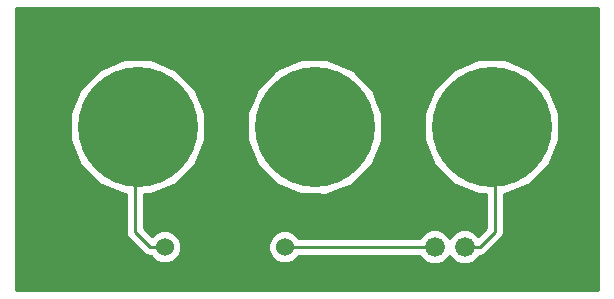
<source format=gbl>
G04 (created by PCBNEW (22-Jun-2014 BZR 4027)-stable) date Tue 01 Mar 2016 04:07:57 PM CST*
%MOIN*%
G04 Gerber Fmt 3.4, Leading zero omitted, Abs format*
%FSLAX34Y34*%
G01*
G70*
G90*
G04 APERTURE LIST*
%ADD10C,0.00590551*%
%ADD11C,0.06*%
%ADD12C,0.066*%
%ADD13C,0.4*%
%ADD14C,0.01*%
G04 APERTURE END LIST*
G54D10*
G54D11*
X80000Y-48500D03*
X84000Y-48500D03*
G54D12*
X89000Y-48500D03*
X90000Y-48500D03*
G54D13*
X79100Y-44500D03*
X90900Y-44500D03*
X85000Y-44500D03*
G54D14*
X80000Y-48500D02*
X79500Y-48500D01*
X79000Y-44600D02*
X79100Y-44500D01*
X79000Y-48000D02*
X79000Y-44600D01*
X79500Y-48500D02*
X79000Y-48000D01*
X84000Y-48500D02*
X89000Y-48500D01*
X90000Y-48500D02*
X90500Y-48500D01*
X91000Y-44600D02*
X90900Y-44500D01*
X91000Y-48000D02*
X91000Y-44600D01*
X90500Y-48500D02*
X91000Y-48000D01*
G54D10*
G36*
X94450Y-49950D02*
X93150Y-49950D01*
X93150Y-44054D01*
X92808Y-43227D01*
X92176Y-42593D01*
X91349Y-42250D01*
X90454Y-42249D01*
X89627Y-42591D01*
X88993Y-43223D01*
X88650Y-44050D01*
X88649Y-44945D01*
X88991Y-45772D01*
X89623Y-46406D01*
X90450Y-46749D01*
X90700Y-46749D01*
X90700Y-47875D01*
X90447Y-48127D01*
X90328Y-48008D01*
X90115Y-47920D01*
X89885Y-47919D01*
X89671Y-48008D01*
X89508Y-48171D01*
X89500Y-48191D01*
X89491Y-48171D01*
X89328Y-48008D01*
X89115Y-47920D01*
X88885Y-47919D01*
X88671Y-48008D01*
X88508Y-48171D01*
X88496Y-48200D01*
X87257Y-48200D01*
X87257Y-44091D01*
X87250Y-44073D01*
X87250Y-44054D01*
X87086Y-43658D01*
X86929Y-43258D01*
X86909Y-43228D01*
X86908Y-43227D01*
X86907Y-43225D01*
X86884Y-43192D01*
X86805Y-43123D01*
X86371Y-42689D01*
X86307Y-42615D01*
X86289Y-42607D01*
X86276Y-42593D01*
X85880Y-42429D01*
X85486Y-42258D01*
X85467Y-42257D01*
X85449Y-42250D01*
X85020Y-42250D01*
X84591Y-42242D01*
X84573Y-42249D01*
X84554Y-42249D01*
X84158Y-42413D01*
X83758Y-42570D01*
X83728Y-42590D01*
X83727Y-42591D01*
X83725Y-42592D01*
X83692Y-42615D01*
X83623Y-42694D01*
X83189Y-43128D01*
X83115Y-43192D01*
X83107Y-43210D01*
X83093Y-43223D01*
X82929Y-43619D01*
X82758Y-44013D01*
X82757Y-44032D01*
X82750Y-44050D01*
X82750Y-44479D01*
X82742Y-44908D01*
X82749Y-44926D01*
X82749Y-44945D01*
X82913Y-45341D01*
X83070Y-45741D01*
X83090Y-45771D01*
X83091Y-45772D01*
X83092Y-45774D01*
X83115Y-45807D01*
X83194Y-45876D01*
X83628Y-46310D01*
X83692Y-46384D01*
X83710Y-46392D01*
X83723Y-46406D01*
X84119Y-46570D01*
X84513Y-46741D01*
X84532Y-46742D01*
X84550Y-46749D01*
X84979Y-46749D01*
X85408Y-46757D01*
X85426Y-46750D01*
X85445Y-46750D01*
X85841Y-46586D01*
X86241Y-46429D01*
X86271Y-46409D01*
X86272Y-46408D01*
X86274Y-46407D01*
X86307Y-46384D01*
X86376Y-46305D01*
X86810Y-45871D01*
X86884Y-45807D01*
X86892Y-45789D01*
X86906Y-45776D01*
X87070Y-45380D01*
X87241Y-44986D01*
X87242Y-44967D01*
X87249Y-44949D01*
X87249Y-44520D01*
X87257Y-44091D01*
X87257Y-48200D01*
X84471Y-48200D01*
X84466Y-48188D01*
X84311Y-48034D01*
X84109Y-47950D01*
X83891Y-47949D01*
X83688Y-48033D01*
X83534Y-48188D01*
X83450Y-48390D01*
X83449Y-48608D01*
X83533Y-48811D01*
X83688Y-48965D01*
X83890Y-49049D01*
X84108Y-49050D01*
X84311Y-48966D01*
X84465Y-48811D01*
X84470Y-48800D01*
X88496Y-48800D01*
X88508Y-48828D01*
X88671Y-48991D01*
X88884Y-49079D01*
X89114Y-49080D01*
X89328Y-48991D01*
X89491Y-48828D01*
X89499Y-48808D01*
X89508Y-48828D01*
X89671Y-48991D01*
X89884Y-49079D01*
X90114Y-49080D01*
X90328Y-48991D01*
X90491Y-48828D01*
X90503Y-48799D01*
X90614Y-48777D01*
X90614Y-48777D01*
X90712Y-48712D01*
X91212Y-48212D01*
X91212Y-48212D01*
X91277Y-48114D01*
X91299Y-48000D01*
X91300Y-48000D01*
X91300Y-46750D01*
X91345Y-46750D01*
X92172Y-46408D01*
X92806Y-45776D01*
X93149Y-44949D01*
X93150Y-44054D01*
X93150Y-49950D01*
X81350Y-49950D01*
X81350Y-44054D01*
X81008Y-43227D01*
X80376Y-42593D01*
X79549Y-42250D01*
X78654Y-42249D01*
X77827Y-42591D01*
X77193Y-43223D01*
X76850Y-44050D01*
X76849Y-44945D01*
X77191Y-45772D01*
X77823Y-46406D01*
X78650Y-46749D01*
X78700Y-46749D01*
X78700Y-48000D01*
X78722Y-48114D01*
X78787Y-48212D01*
X79287Y-48712D01*
X79287Y-48712D01*
X79385Y-48777D01*
X79500Y-48800D01*
X79528Y-48800D01*
X79533Y-48811D01*
X79688Y-48965D01*
X79890Y-49049D01*
X80108Y-49050D01*
X80311Y-48966D01*
X80465Y-48811D01*
X80549Y-48609D01*
X80550Y-48391D01*
X80466Y-48188D01*
X80311Y-48034D01*
X80109Y-47950D01*
X79891Y-47949D01*
X79688Y-48033D01*
X79573Y-48148D01*
X79300Y-47875D01*
X79300Y-46750D01*
X79545Y-46750D01*
X80372Y-46408D01*
X81006Y-45776D01*
X81349Y-44949D01*
X81350Y-44054D01*
X81350Y-49950D01*
X75050Y-49950D01*
X75050Y-40550D01*
X94450Y-40550D01*
X94450Y-49950D01*
X94450Y-49950D01*
G37*
G54D14*
X94450Y-49950D02*
X93150Y-49950D01*
X93150Y-44054D01*
X92808Y-43227D01*
X92176Y-42593D01*
X91349Y-42250D01*
X90454Y-42249D01*
X89627Y-42591D01*
X88993Y-43223D01*
X88650Y-44050D01*
X88649Y-44945D01*
X88991Y-45772D01*
X89623Y-46406D01*
X90450Y-46749D01*
X90700Y-46749D01*
X90700Y-47875D01*
X90447Y-48127D01*
X90328Y-48008D01*
X90115Y-47920D01*
X89885Y-47919D01*
X89671Y-48008D01*
X89508Y-48171D01*
X89500Y-48191D01*
X89491Y-48171D01*
X89328Y-48008D01*
X89115Y-47920D01*
X88885Y-47919D01*
X88671Y-48008D01*
X88508Y-48171D01*
X88496Y-48200D01*
X87257Y-48200D01*
X87257Y-44091D01*
X87250Y-44073D01*
X87250Y-44054D01*
X87086Y-43658D01*
X86929Y-43258D01*
X86909Y-43228D01*
X86908Y-43227D01*
X86907Y-43225D01*
X86884Y-43192D01*
X86805Y-43123D01*
X86371Y-42689D01*
X86307Y-42615D01*
X86289Y-42607D01*
X86276Y-42593D01*
X85880Y-42429D01*
X85486Y-42258D01*
X85467Y-42257D01*
X85449Y-42250D01*
X85020Y-42250D01*
X84591Y-42242D01*
X84573Y-42249D01*
X84554Y-42249D01*
X84158Y-42413D01*
X83758Y-42570D01*
X83728Y-42590D01*
X83727Y-42591D01*
X83725Y-42592D01*
X83692Y-42615D01*
X83623Y-42694D01*
X83189Y-43128D01*
X83115Y-43192D01*
X83107Y-43210D01*
X83093Y-43223D01*
X82929Y-43619D01*
X82758Y-44013D01*
X82757Y-44032D01*
X82750Y-44050D01*
X82750Y-44479D01*
X82742Y-44908D01*
X82749Y-44926D01*
X82749Y-44945D01*
X82913Y-45341D01*
X83070Y-45741D01*
X83090Y-45771D01*
X83091Y-45772D01*
X83092Y-45774D01*
X83115Y-45807D01*
X83194Y-45876D01*
X83628Y-46310D01*
X83692Y-46384D01*
X83710Y-46392D01*
X83723Y-46406D01*
X84119Y-46570D01*
X84513Y-46741D01*
X84532Y-46742D01*
X84550Y-46749D01*
X84979Y-46749D01*
X85408Y-46757D01*
X85426Y-46750D01*
X85445Y-46750D01*
X85841Y-46586D01*
X86241Y-46429D01*
X86271Y-46409D01*
X86272Y-46408D01*
X86274Y-46407D01*
X86307Y-46384D01*
X86376Y-46305D01*
X86810Y-45871D01*
X86884Y-45807D01*
X86892Y-45789D01*
X86906Y-45776D01*
X87070Y-45380D01*
X87241Y-44986D01*
X87242Y-44967D01*
X87249Y-44949D01*
X87249Y-44520D01*
X87257Y-44091D01*
X87257Y-48200D01*
X84471Y-48200D01*
X84466Y-48188D01*
X84311Y-48034D01*
X84109Y-47950D01*
X83891Y-47949D01*
X83688Y-48033D01*
X83534Y-48188D01*
X83450Y-48390D01*
X83449Y-48608D01*
X83533Y-48811D01*
X83688Y-48965D01*
X83890Y-49049D01*
X84108Y-49050D01*
X84311Y-48966D01*
X84465Y-48811D01*
X84470Y-48800D01*
X88496Y-48800D01*
X88508Y-48828D01*
X88671Y-48991D01*
X88884Y-49079D01*
X89114Y-49080D01*
X89328Y-48991D01*
X89491Y-48828D01*
X89499Y-48808D01*
X89508Y-48828D01*
X89671Y-48991D01*
X89884Y-49079D01*
X90114Y-49080D01*
X90328Y-48991D01*
X90491Y-48828D01*
X90503Y-48799D01*
X90614Y-48777D01*
X90614Y-48777D01*
X90712Y-48712D01*
X91212Y-48212D01*
X91212Y-48212D01*
X91277Y-48114D01*
X91299Y-48000D01*
X91300Y-48000D01*
X91300Y-46750D01*
X91345Y-46750D01*
X92172Y-46408D01*
X92806Y-45776D01*
X93149Y-44949D01*
X93150Y-44054D01*
X93150Y-49950D01*
X81350Y-49950D01*
X81350Y-44054D01*
X81008Y-43227D01*
X80376Y-42593D01*
X79549Y-42250D01*
X78654Y-42249D01*
X77827Y-42591D01*
X77193Y-43223D01*
X76850Y-44050D01*
X76849Y-44945D01*
X77191Y-45772D01*
X77823Y-46406D01*
X78650Y-46749D01*
X78700Y-46749D01*
X78700Y-48000D01*
X78722Y-48114D01*
X78787Y-48212D01*
X79287Y-48712D01*
X79287Y-48712D01*
X79385Y-48777D01*
X79500Y-48800D01*
X79528Y-48800D01*
X79533Y-48811D01*
X79688Y-48965D01*
X79890Y-49049D01*
X80108Y-49050D01*
X80311Y-48966D01*
X80465Y-48811D01*
X80549Y-48609D01*
X80550Y-48391D01*
X80466Y-48188D01*
X80311Y-48034D01*
X80109Y-47950D01*
X79891Y-47949D01*
X79688Y-48033D01*
X79573Y-48148D01*
X79300Y-47875D01*
X79300Y-46750D01*
X79545Y-46750D01*
X80372Y-46408D01*
X81006Y-45776D01*
X81349Y-44949D01*
X81350Y-44054D01*
X81350Y-49950D01*
X75050Y-49950D01*
X75050Y-40550D01*
X94450Y-40550D01*
X94450Y-49950D01*
M02*

</source>
